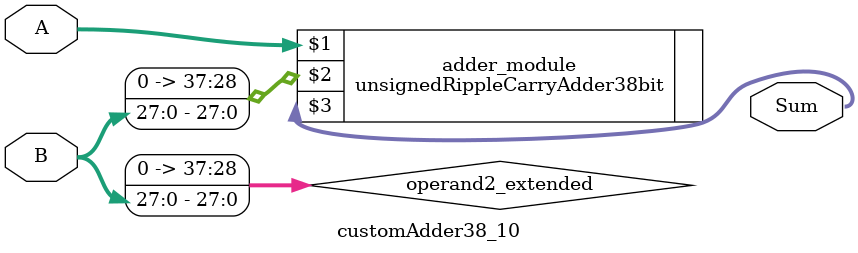
<source format=v>
module customAdder38_10(
                        input [37 : 0] A,
                        input [27 : 0] B,
                        
                        output [38 : 0] Sum
                );

        wire [37 : 0] operand2_extended;
        
        assign operand2_extended =  {10'b0, B};
        
        unsignedRippleCarryAdder38bit adder_module(
            A,
            operand2_extended,
            Sum
        );
        
        endmodule
        
</source>
